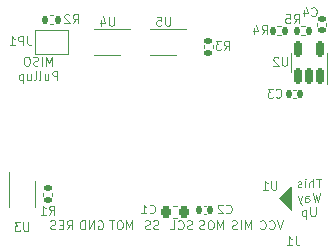
<source format=gbr>
%TF.GenerationSoftware,KiCad,Pcbnew,(7.0.0)*%
%TF.CreationDate,2023-03-21T21:12:12+00:00*%
%TF.ProjectId,Ogen,4f67656e-2e6b-4696-9361-645f70636258,rev?*%
%TF.SameCoordinates,Original*%
%TF.FileFunction,Legend,Bot*%
%TF.FilePolarity,Positive*%
%FSLAX46Y46*%
G04 Gerber Fmt 4.6, Leading zero omitted, Abs format (unit mm)*
G04 Created by KiCad (PCBNEW (7.0.0)) date 2023-03-21 21:12:12*
%MOMM*%
%LPD*%
G01*
G04 APERTURE LIST*
G04 Aperture macros list*
%AMRoundRect*
0 Rectangle with rounded corners*
0 $1 Rounding radius*
0 $2 $3 $4 $5 $6 $7 $8 $9 X,Y pos of 4 corners*
0 Add a 4 corners polygon primitive as box body*
4,1,4,$2,$3,$4,$5,$6,$7,$8,$9,$2,$3,0*
0 Add four circle primitives for the rounded corners*
1,1,$1+$1,$2,$3*
1,1,$1+$1,$4,$5*
1,1,$1+$1,$6,$7*
1,1,$1+$1,$8,$9*
0 Add four rect primitives between the rounded corners*
20,1,$1+$1,$2,$3,$4,$5,0*
20,1,$1+$1,$4,$5,$6,$7,0*
20,1,$1+$1,$6,$7,$8,$9,0*
20,1,$1+$1,$8,$9,$2,$3,0*%
G04 Aperture macros list end*
%ADD10C,0.120000*%
%ADD11C,0.125000*%
%ADD12RoundRect,0.135000X0.135000X0.185000X-0.135000X0.185000X-0.135000X-0.185000X0.135000X-0.185000X0*%
%ADD13RoundRect,0.135000X0.185000X-0.135000X0.185000X0.135000X-0.185000X0.135000X-0.185000X-0.135000X0*%
%ADD14RoundRect,0.140000X0.170000X-0.140000X0.170000X0.140000X-0.170000X0.140000X-0.170000X-0.140000X0*%
%ADD15RoundRect,0.140000X-0.140000X-0.170000X0.140000X-0.170000X0.140000X0.170000X-0.140000X0.170000X0*%
%ADD16RoundRect,0.140000X0.140000X0.170000X-0.140000X0.170000X-0.140000X-0.170000X0.140000X-0.170000X0*%
%ADD17R,1.700000X1.700000*%
%ADD18O,1.700000X1.700000*%
%ADD19R,1.200000X1.200000*%
%ADD20C,1.200000*%
%ADD21C,4.400000*%
%ADD22R,0.800000X0.300000*%
%ADD23RoundRect,0.225000X0.225000X0.250000X-0.225000X0.250000X-0.225000X-0.250000X0.225000X-0.250000X0*%
%ADD24R,0.300000X0.800000*%
%ADD25R,1.000000X1.500000*%
%ADD26RoundRect,0.150000X0.150000X-0.512500X0.150000X0.512500X-0.150000X0.512500X-0.150000X-0.512500X0*%
G04 APERTURE END LIST*
D10*
G36*
X37322001Y-30516000D02*
G01*
X36322000Y-29516000D01*
X37322001Y-28516000D01*
X37322001Y-30516000D01*
G37*
X37322001Y-30516000D02*
X36322000Y-29516000D01*
X37322001Y-28516000D01*
X37322001Y-30516000D01*
D11*
X39857714Y-27826535D02*
X39429143Y-27826535D01*
X39643428Y-28576535D02*
X39643428Y-27826535D01*
X39179142Y-28576535D02*
X39179142Y-27826535D01*
X38857714Y-28576535D02*
X38857714Y-28183678D01*
X38857714Y-28183678D02*
X38893428Y-28112250D01*
X38893428Y-28112250D02*
X38964856Y-28076535D01*
X38964856Y-28076535D02*
X39071999Y-28076535D01*
X39071999Y-28076535D02*
X39143428Y-28112250D01*
X39143428Y-28112250D02*
X39179142Y-28147964D01*
X38500571Y-28576535D02*
X38500571Y-28076535D01*
X38500571Y-27826535D02*
X38536285Y-27862250D01*
X38536285Y-27862250D02*
X38500571Y-27897964D01*
X38500571Y-27897964D02*
X38464857Y-27862250D01*
X38464857Y-27862250D02*
X38500571Y-27826535D01*
X38500571Y-27826535D02*
X38500571Y-27897964D01*
X38179142Y-28540821D02*
X38107714Y-28576535D01*
X38107714Y-28576535D02*
X37964857Y-28576535D01*
X37964857Y-28576535D02*
X37893428Y-28540821D01*
X37893428Y-28540821D02*
X37857714Y-28469392D01*
X37857714Y-28469392D02*
X37857714Y-28433678D01*
X37857714Y-28433678D02*
X37893428Y-28362250D01*
X37893428Y-28362250D02*
X37964857Y-28326535D01*
X37964857Y-28326535D02*
X38072000Y-28326535D01*
X38072000Y-28326535D02*
X38143428Y-28290821D01*
X38143428Y-28290821D02*
X38179142Y-28219392D01*
X38179142Y-28219392D02*
X38179142Y-28183678D01*
X38179142Y-28183678D02*
X38143428Y-28112250D01*
X38143428Y-28112250D02*
X38072000Y-28076535D01*
X38072000Y-28076535D02*
X37964857Y-28076535D01*
X37964857Y-28076535D02*
X37893428Y-28112250D01*
X39768428Y-29041535D02*
X39589856Y-29791535D01*
X39589856Y-29791535D02*
X39446999Y-29255821D01*
X39446999Y-29255821D02*
X39304142Y-29791535D01*
X39304142Y-29791535D02*
X39125571Y-29041535D01*
X38518428Y-29791535D02*
X38518428Y-29398678D01*
X38518428Y-29398678D02*
X38554142Y-29327250D01*
X38554142Y-29327250D02*
X38625570Y-29291535D01*
X38625570Y-29291535D02*
X38768428Y-29291535D01*
X38768428Y-29291535D02*
X38839856Y-29327250D01*
X38518428Y-29755821D02*
X38589856Y-29791535D01*
X38589856Y-29791535D02*
X38768428Y-29791535D01*
X38768428Y-29791535D02*
X38839856Y-29755821D01*
X38839856Y-29755821D02*
X38875570Y-29684392D01*
X38875570Y-29684392D02*
X38875570Y-29612964D01*
X38875570Y-29612964D02*
X38839856Y-29541535D01*
X38839856Y-29541535D02*
X38768428Y-29505821D01*
X38768428Y-29505821D02*
X38589856Y-29505821D01*
X38589856Y-29505821D02*
X38518428Y-29470107D01*
X38232714Y-29291535D02*
X38054142Y-29791535D01*
X37875571Y-29291535D02*
X38054142Y-29791535D01*
X38054142Y-29791535D02*
X38125571Y-29970107D01*
X38125571Y-29970107D02*
X38161285Y-30005821D01*
X38161285Y-30005821D02*
X38232714Y-30041535D01*
X39375570Y-30256535D02*
X39375570Y-30863678D01*
X39375570Y-30863678D02*
X39339856Y-30935107D01*
X39339856Y-30935107D02*
X39304142Y-30970821D01*
X39304142Y-30970821D02*
X39232713Y-31006535D01*
X39232713Y-31006535D02*
X39089856Y-31006535D01*
X39089856Y-31006535D02*
X39018427Y-30970821D01*
X39018427Y-30970821D02*
X38982713Y-30935107D01*
X38982713Y-30935107D02*
X38946999Y-30863678D01*
X38946999Y-30863678D02*
X38946999Y-30256535D01*
X38589856Y-30506535D02*
X38589856Y-31256535D01*
X38589856Y-30542250D02*
X38518428Y-30506535D01*
X38518428Y-30506535D02*
X38375570Y-30506535D01*
X38375570Y-30506535D02*
X38304142Y-30542250D01*
X38304142Y-30542250D02*
X38268428Y-30577964D01*
X38268428Y-30577964D02*
X38232713Y-30649392D01*
X38232713Y-30649392D02*
X38232713Y-30863678D01*
X38232713Y-30863678D02*
X38268428Y-30935107D01*
X38268428Y-30935107D02*
X38304142Y-30970821D01*
X38304142Y-30970821D02*
X38375570Y-31006535D01*
X38375570Y-31006535D02*
X38518428Y-31006535D01*
X38518428Y-31006535D02*
X38589856Y-30970821D01*
X36639999Y-31375535D02*
X36389999Y-32125535D01*
X36389999Y-32125535D02*
X36139999Y-31375535D01*
X35461428Y-32054107D02*
X35497142Y-32089821D01*
X35497142Y-32089821D02*
X35604285Y-32125535D01*
X35604285Y-32125535D02*
X35675713Y-32125535D01*
X35675713Y-32125535D02*
X35782856Y-32089821D01*
X35782856Y-32089821D02*
X35854285Y-32018392D01*
X35854285Y-32018392D02*
X35889999Y-31946964D01*
X35889999Y-31946964D02*
X35925713Y-31804107D01*
X35925713Y-31804107D02*
X35925713Y-31696964D01*
X35925713Y-31696964D02*
X35889999Y-31554107D01*
X35889999Y-31554107D02*
X35854285Y-31482678D01*
X35854285Y-31482678D02*
X35782856Y-31411250D01*
X35782856Y-31411250D02*
X35675713Y-31375535D01*
X35675713Y-31375535D02*
X35604285Y-31375535D01*
X35604285Y-31375535D02*
X35497142Y-31411250D01*
X35497142Y-31411250D02*
X35461428Y-31446964D01*
X34711428Y-32054107D02*
X34747142Y-32089821D01*
X34747142Y-32089821D02*
X34854285Y-32125535D01*
X34854285Y-32125535D02*
X34925713Y-32125535D01*
X34925713Y-32125535D02*
X35032856Y-32089821D01*
X35032856Y-32089821D02*
X35104285Y-32018392D01*
X35104285Y-32018392D02*
X35139999Y-31946964D01*
X35139999Y-31946964D02*
X35175713Y-31804107D01*
X35175713Y-31804107D02*
X35175713Y-31696964D01*
X35175713Y-31696964D02*
X35139999Y-31554107D01*
X35139999Y-31554107D02*
X35104285Y-31482678D01*
X35104285Y-31482678D02*
X35032856Y-31411250D01*
X35032856Y-31411250D02*
X34925713Y-31375535D01*
X34925713Y-31375535D02*
X34854285Y-31375535D01*
X34854285Y-31375535D02*
X34747142Y-31411250D01*
X34747142Y-31411250D02*
X34711428Y-31446964D01*
X20971428Y-31411250D02*
X21042857Y-31375535D01*
X21042857Y-31375535D02*
X21149999Y-31375535D01*
X21149999Y-31375535D02*
X21257142Y-31411250D01*
X21257142Y-31411250D02*
X21328571Y-31482678D01*
X21328571Y-31482678D02*
X21364285Y-31554107D01*
X21364285Y-31554107D02*
X21399999Y-31696964D01*
X21399999Y-31696964D02*
X21399999Y-31804107D01*
X21399999Y-31804107D02*
X21364285Y-31946964D01*
X21364285Y-31946964D02*
X21328571Y-32018392D01*
X21328571Y-32018392D02*
X21257142Y-32089821D01*
X21257142Y-32089821D02*
X21149999Y-32125535D01*
X21149999Y-32125535D02*
X21078571Y-32125535D01*
X21078571Y-32125535D02*
X20971428Y-32089821D01*
X20971428Y-32089821D02*
X20935714Y-32054107D01*
X20935714Y-32054107D02*
X20935714Y-31804107D01*
X20935714Y-31804107D02*
X21078571Y-31804107D01*
X20614285Y-32125535D02*
X20614285Y-31375535D01*
X20614285Y-31375535D02*
X20185714Y-32125535D01*
X20185714Y-32125535D02*
X20185714Y-31375535D01*
X19828571Y-32125535D02*
X19828571Y-31375535D01*
X19828571Y-31375535D02*
X19650000Y-31375535D01*
X19650000Y-31375535D02*
X19542857Y-31411250D01*
X19542857Y-31411250D02*
X19471428Y-31482678D01*
X19471428Y-31482678D02*
X19435714Y-31554107D01*
X19435714Y-31554107D02*
X19400000Y-31696964D01*
X19400000Y-31696964D02*
X19400000Y-31804107D01*
X19400000Y-31804107D02*
X19435714Y-31946964D01*
X19435714Y-31946964D02*
X19471428Y-32018392D01*
X19471428Y-32018392D02*
X19542857Y-32089821D01*
X19542857Y-32089821D02*
X19650000Y-32125535D01*
X19650000Y-32125535D02*
X19828571Y-32125535D01*
X28912856Y-32089821D02*
X28805714Y-32125535D01*
X28805714Y-32125535D02*
X28627142Y-32125535D01*
X28627142Y-32125535D02*
X28555714Y-32089821D01*
X28555714Y-32089821D02*
X28519999Y-32054107D01*
X28519999Y-32054107D02*
X28484285Y-31982678D01*
X28484285Y-31982678D02*
X28484285Y-31911250D01*
X28484285Y-31911250D02*
X28519999Y-31839821D01*
X28519999Y-31839821D02*
X28555714Y-31804107D01*
X28555714Y-31804107D02*
X28627142Y-31768392D01*
X28627142Y-31768392D02*
X28769999Y-31732678D01*
X28769999Y-31732678D02*
X28841428Y-31696964D01*
X28841428Y-31696964D02*
X28877142Y-31661250D01*
X28877142Y-31661250D02*
X28912856Y-31589821D01*
X28912856Y-31589821D02*
X28912856Y-31518392D01*
X28912856Y-31518392D02*
X28877142Y-31446964D01*
X28877142Y-31446964D02*
X28841428Y-31411250D01*
X28841428Y-31411250D02*
X28769999Y-31375535D01*
X28769999Y-31375535D02*
X28591428Y-31375535D01*
X28591428Y-31375535D02*
X28484285Y-31411250D01*
X27734285Y-32054107D02*
X27769999Y-32089821D01*
X27769999Y-32089821D02*
X27877142Y-32125535D01*
X27877142Y-32125535D02*
X27948570Y-32125535D01*
X27948570Y-32125535D02*
X28055713Y-32089821D01*
X28055713Y-32089821D02*
X28127142Y-32018392D01*
X28127142Y-32018392D02*
X28162856Y-31946964D01*
X28162856Y-31946964D02*
X28198570Y-31804107D01*
X28198570Y-31804107D02*
X28198570Y-31696964D01*
X28198570Y-31696964D02*
X28162856Y-31554107D01*
X28162856Y-31554107D02*
X28127142Y-31482678D01*
X28127142Y-31482678D02*
X28055713Y-31411250D01*
X28055713Y-31411250D02*
X27948570Y-31375535D01*
X27948570Y-31375535D02*
X27877142Y-31375535D01*
X27877142Y-31375535D02*
X27769999Y-31411250D01*
X27769999Y-31411250D02*
X27734285Y-31446964D01*
X27055713Y-32125535D02*
X27412856Y-32125535D01*
X27412856Y-32125535D02*
X27412856Y-31375535D01*
X18324285Y-32125535D02*
X18574285Y-31768392D01*
X18752856Y-32125535D02*
X18752856Y-31375535D01*
X18752856Y-31375535D02*
X18467142Y-31375535D01*
X18467142Y-31375535D02*
X18395713Y-31411250D01*
X18395713Y-31411250D02*
X18359999Y-31446964D01*
X18359999Y-31446964D02*
X18324285Y-31518392D01*
X18324285Y-31518392D02*
X18324285Y-31625535D01*
X18324285Y-31625535D02*
X18359999Y-31696964D01*
X18359999Y-31696964D02*
X18395713Y-31732678D01*
X18395713Y-31732678D02*
X18467142Y-31768392D01*
X18467142Y-31768392D02*
X18752856Y-31768392D01*
X18002856Y-31732678D02*
X17752856Y-31732678D01*
X17645713Y-32125535D02*
X18002856Y-32125535D01*
X18002856Y-32125535D02*
X18002856Y-31375535D01*
X18002856Y-31375535D02*
X17645713Y-31375535D01*
X17359999Y-32089821D02*
X17252857Y-32125535D01*
X17252857Y-32125535D02*
X17074285Y-32125535D01*
X17074285Y-32125535D02*
X17002857Y-32089821D01*
X17002857Y-32089821D02*
X16967142Y-32054107D01*
X16967142Y-32054107D02*
X16931428Y-31982678D01*
X16931428Y-31982678D02*
X16931428Y-31911250D01*
X16931428Y-31911250D02*
X16967142Y-31839821D01*
X16967142Y-31839821D02*
X17002857Y-31804107D01*
X17002857Y-31804107D02*
X17074285Y-31768392D01*
X17074285Y-31768392D02*
X17217142Y-31732678D01*
X17217142Y-31732678D02*
X17288571Y-31696964D01*
X17288571Y-31696964D02*
X17324285Y-31661250D01*
X17324285Y-31661250D02*
X17359999Y-31589821D01*
X17359999Y-31589821D02*
X17359999Y-31518392D01*
X17359999Y-31518392D02*
X17324285Y-31446964D01*
X17324285Y-31446964D02*
X17288571Y-31411250D01*
X17288571Y-31411250D02*
X17217142Y-31375535D01*
X17217142Y-31375535D02*
X17038571Y-31375535D01*
X17038571Y-31375535D02*
X16931428Y-31411250D01*
X26071428Y-32089821D02*
X25964286Y-32125535D01*
X25964286Y-32125535D02*
X25785714Y-32125535D01*
X25785714Y-32125535D02*
X25714286Y-32089821D01*
X25714286Y-32089821D02*
X25678571Y-32054107D01*
X25678571Y-32054107D02*
X25642857Y-31982678D01*
X25642857Y-31982678D02*
X25642857Y-31911250D01*
X25642857Y-31911250D02*
X25678571Y-31839821D01*
X25678571Y-31839821D02*
X25714286Y-31804107D01*
X25714286Y-31804107D02*
X25785714Y-31768392D01*
X25785714Y-31768392D02*
X25928571Y-31732678D01*
X25928571Y-31732678D02*
X26000000Y-31696964D01*
X26000000Y-31696964D02*
X26035714Y-31661250D01*
X26035714Y-31661250D02*
X26071428Y-31589821D01*
X26071428Y-31589821D02*
X26071428Y-31518392D01*
X26071428Y-31518392D02*
X26035714Y-31446964D01*
X26035714Y-31446964D02*
X26000000Y-31411250D01*
X26000000Y-31411250D02*
X25928571Y-31375535D01*
X25928571Y-31375535D02*
X25750000Y-31375535D01*
X25750000Y-31375535D02*
X25642857Y-31411250D01*
X25357142Y-32089821D02*
X25250000Y-32125535D01*
X25250000Y-32125535D02*
X25071428Y-32125535D01*
X25071428Y-32125535D02*
X25000000Y-32089821D01*
X25000000Y-32089821D02*
X24964285Y-32054107D01*
X24964285Y-32054107D02*
X24928571Y-31982678D01*
X24928571Y-31982678D02*
X24928571Y-31911250D01*
X24928571Y-31911250D02*
X24964285Y-31839821D01*
X24964285Y-31839821D02*
X25000000Y-31804107D01*
X25000000Y-31804107D02*
X25071428Y-31768392D01*
X25071428Y-31768392D02*
X25214285Y-31732678D01*
X25214285Y-31732678D02*
X25285714Y-31696964D01*
X25285714Y-31696964D02*
X25321428Y-31661250D01*
X25321428Y-31661250D02*
X25357142Y-31589821D01*
X25357142Y-31589821D02*
X25357142Y-31518392D01*
X25357142Y-31518392D02*
X25321428Y-31446964D01*
X25321428Y-31446964D02*
X25285714Y-31411250D01*
X25285714Y-31411250D02*
X25214285Y-31375535D01*
X25214285Y-31375535D02*
X25035714Y-31375535D01*
X25035714Y-31375535D02*
X24928571Y-31411250D01*
X33885714Y-32125535D02*
X33885714Y-31375535D01*
X33885714Y-31375535D02*
X33635714Y-31911250D01*
X33635714Y-31911250D02*
X33385714Y-31375535D01*
X33385714Y-31375535D02*
X33385714Y-32125535D01*
X33028571Y-32125535D02*
X33028571Y-31375535D01*
X32707142Y-32089821D02*
X32600000Y-32125535D01*
X32600000Y-32125535D02*
X32421428Y-32125535D01*
X32421428Y-32125535D02*
X32350000Y-32089821D01*
X32350000Y-32089821D02*
X32314285Y-32054107D01*
X32314285Y-32054107D02*
X32278571Y-31982678D01*
X32278571Y-31982678D02*
X32278571Y-31911250D01*
X32278571Y-31911250D02*
X32314285Y-31839821D01*
X32314285Y-31839821D02*
X32350000Y-31804107D01*
X32350000Y-31804107D02*
X32421428Y-31768392D01*
X32421428Y-31768392D02*
X32564285Y-31732678D01*
X32564285Y-31732678D02*
X32635714Y-31696964D01*
X32635714Y-31696964D02*
X32671428Y-31661250D01*
X32671428Y-31661250D02*
X32707142Y-31589821D01*
X32707142Y-31589821D02*
X32707142Y-31518392D01*
X32707142Y-31518392D02*
X32671428Y-31446964D01*
X32671428Y-31446964D02*
X32635714Y-31411250D01*
X32635714Y-31411250D02*
X32564285Y-31375535D01*
X32564285Y-31375535D02*
X32385714Y-31375535D01*
X32385714Y-31375535D02*
X32278571Y-31411250D01*
X31559999Y-32125535D02*
X31559999Y-31375535D01*
X31559999Y-31375535D02*
X31309999Y-31911250D01*
X31309999Y-31911250D02*
X31059999Y-31375535D01*
X31059999Y-31375535D02*
X31059999Y-32125535D01*
X30559999Y-31375535D02*
X30417142Y-31375535D01*
X30417142Y-31375535D02*
X30345713Y-31411250D01*
X30345713Y-31411250D02*
X30274285Y-31482678D01*
X30274285Y-31482678D02*
X30238570Y-31625535D01*
X30238570Y-31625535D02*
X30238570Y-31875535D01*
X30238570Y-31875535D02*
X30274285Y-32018392D01*
X30274285Y-32018392D02*
X30345713Y-32089821D01*
X30345713Y-32089821D02*
X30417142Y-32125535D01*
X30417142Y-32125535D02*
X30559999Y-32125535D01*
X30559999Y-32125535D02*
X30631428Y-32089821D01*
X30631428Y-32089821D02*
X30702856Y-32018392D01*
X30702856Y-32018392D02*
X30738570Y-31875535D01*
X30738570Y-31875535D02*
X30738570Y-31625535D01*
X30738570Y-31625535D02*
X30702856Y-31482678D01*
X30702856Y-31482678D02*
X30631428Y-31411250D01*
X30631428Y-31411250D02*
X30559999Y-31375535D01*
X29952856Y-32089821D02*
X29845714Y-32125535D01*
X29845714Y-32125535D02*
X29667142Y-32125535D01*
X29667142Y-32125535D02*
X29595714Y-32089821D01*
X29595714Y-32089821D02*
X29559999Y-32054107D01*
X29559999Y-32054107D02*
X29524285Y-31982678D01*
X29524285Y-31982678D02*
X29524285Y-31911250D01*
X29524285Y-31911250D02*
X29559999Y-31839821D01*
X29559999Y-31839821D02*
X29595714Y-31804107D01*
X29595714Y-31804107D02*
X29667142Y-31768392D01*
X29667142Y-31768392D02*
X29809999Y-31732678D01*
X29809999Y-31732678D02*
X29881428Y-31696964D01*
X29881428Y-31696964D02*
X29917142Y-31661250D01*
X29917142Y-31661250D02*
X29952856Y-31589821D01*
X29952856Y-31589821D02*
X29952856Y-31518392D01*
X29952856Y-31518392D02*
X29917142Y-31446964D01*
X29917142Y-31446964D02*
X29881428Y-31411250D01*
X29881428Y-31411250D02*
X29809999Y-31375535D01*
X29809999Y-31375535D02*
X29631428Y-31375535D01*
X29631428Y-31375535D02*
X29524285Y-31411250D01*
X17078571Y-18268035D02*
X17078571Y-17518035D01*
X17078571Y-17518035D02*
X16828571Y-18053750D01*
X16828571Y-18053750D02*
X16578571Y-17518035D01*
X16578571Y-17518035D02*
X16578571Y-18268035D01*
X16221428Y-18268035D02*
X16221428Y-17518035D01*
X15899999Y-18232321D02*
X15792857Y-18268035D01*
X15792857Y-18268035D02*
X15614285Y-18268035D01*
X15614285Y-18268035D02*
X15542857Y-18232321D01*
X15542857Y-18232321D02*
X15507142Y-18196607D01*
X15507142Y-18196607D02*
X15471428Y-18125178D01*
X15471428Y-18125178D02*
X15471428Y-18053750D01*
X15471428Y-18053750D02*
X15507142Y-17982321D01*
X15507142Y-17982321D02*
X15542857Y-17946607D01*
X15542857Y-17946607D02*
X15614285Y-17910892D01*
X15614285Y-17910892D02*
X15757142Y-17875178D01*
X15757142Y-17875178D02*
X15828571Y-17839464D01*
X15828571Y-17839464D02*
X15864285Y-17803750D01*
X15864285Y-17803750D02*
X15899999Y-17732321D01*
X15899999Y-17732321D02*
X15899999Y-17660892D01*
X15899999Y-17660892D02*
X15864285Y-17589464D01*
X15864285Y-17589464D02*
X15828571Y-17553750D01*
X15828571Y-17553750D02*
X15757142Y-17518035D01*
X15757142Y-17518035D02*
X15578571Y-17518035D01*
X15578571Y-17518035D02*
X15471428Y-17553750D01*
X15007142Y-17518035D02*
X14864285Y-17518035D01*
X14864285Y-17518035D02*
X14792856Y-17553750D01*
X14792856Y-17553750D02*
X14721428Y-17625178D01*
X14721428Y-17625178D02*
X14685713Y-17768035D01*
X14685713Y-17768035D02*
X14685713Y-18018035D01*
X14685713Y-18018035D02*
X14721428Y-18160892D01*
X14721428Y-18160892D02*
X14792856Y-18232321D01*
X14792856Y-18232321D02*
X14864285Y-18268035D01*
X14864285Y-18268035D02*
X15007142Y-18268035D01*
X15007142Y-18268035D02*
X15078571Y-18232321D01*
X15078571Y-18232321D02*
X15149999Y-18160892D01*
X15149999Y-18160892D02*
X15185713Y-18018035D01*
X15185713Y-18018035D02*
X15185713Y-17768035D01*
X15185713Y-17768035D02*
X15149999Y-17625178D01*
X15149999Y-17625178D02*
X15078571Y-17553750D01*
X15078571Y-17553750D02*
X15007142Y-17518035D01*
X17507141Y-19483035D02*
X17507141Y-18733035D01*
X17507141Y-18733035D02*
X17221427Y-18733035D01*
X17221427Y-18733035D02*
X17149998Y-18768750D01*
X17149998Y-18768750D02*
X17114284Y-18804464D01*
X17114284Y-18804464D02*
X17078570Y-18875892D01*
X17078570Y-18875892D02*
X17078570Y-18983035D01*
X17078570Y-18983035D02*
X17114284Y-19054464D01*
X17114284Y-19054464D02*
X17149998Y-19090178D01*
X17149998Y-19090178D02*
X17221427Y-19125892D01*
X17221427Y-19125892D02*
X17507141Y-19125892D01*
X16435713Y-18983035D02*
X16435713Y-19483035D01*
X16757141Y-18983035D02*
X16757141Y-19375892D01*
X16757141Y-19375892D02*
X16721427Y-19447321D01*
X16721427Y-19447321D02*
X16649998Y-19483035D01*
X16649998Y-19483035D02*
X16542855Y-19483035D01*
X16542855Y-19483035D02*
X16471427Y-19447321D01*
X16471427Y-19447321D02*
X16435713Y-19411607D01*
X15971427Y-19483035D02*
X16042856Y-19447321D01*
X16042856Y-19447321D02*
X16078570Y-19375892D01*
X16078570Y-19375892D02*
X16078570Y-18733035D01*
X15578570Y-19483035D02*
X15649999Y-19447321D01*
X15649999Y-19447321D02*
X15685713Y-19375892D01*
X15685713Y-19375892D02*
X15685713Y-18733035D01*
X14971428Y-18983035D02*
X14971428Y-19483035D01*
X15292856Y-18983035D02*
X15292856Y-19375892D01*
X15292856Y-19375892D02*
X15257142Y-19447321D01*
X15257142Y-19447321D02*
X15185713Y-19483035D01*
X15185713Y-19483035D02*
X15078570Y-19483035D01*
X15078570Y-19483035D02*
X15007142Y-19447321D01*
X15007142Y-19447321D02*
X14971428Y-19411607D01*
X14614285Y-18983035D02*
X14614285Y-19733035D01*
X14614285Y-19018750D02*
X14542857Y-18983035D01*
X14542857Y-18983035D02*
X14399999Y-18983035D01*
X14399999Y-18983035D02*
X14328571Y-19018750D01*
X14328571Y-19018750D02*
X14292857Y-19054464D01*
X14292857Y-19054464D02*
X14257142Y-19125892D01*
X14257142Y-19125892D02*
X14257142Y-19340178D01*
X14257142Y-19340178D02*
X14292857Y-19411607D01*
X14292857Y-19411607D02*
X14328571Y-19447321D01*
X14328571Y-19447321D02*
X14399999Y-19483035D01*
X14399999Y-19483035D02*
X14542857Y-19483035D01*
X14542857Y-19483035D02*
X14614285Y-19447321D01*
X23868571Y-32125535D02*
X23868571Y-31375535D01*
X23868571Y-31375535D02*
X23618571Y-31911250D01*
X23618571Y-31911250D02*
X23368571Y-31375535D01*
X23368571Y-31375535D02*
X23368571Y-32125535D01*
X22868571Y-31375535D02*
X22725714Y-31375535D01*
X22725714Y-31375535D02*
X22654285Y-31411250D01*
X22654285Y-31411250D02*
X22582857Y-31482678D01*
X22582857Y-31482678D02*
X22547142Y-31625535D01*
X22547142Y-31625535D02*
X22547142Y-31875535D01*
X22547142Y-31875535D02*
X22582857Y-32018392D01*
X22582857Y-32018392D02*
X22654285Y-32089821D01*
X22654285Y-32089821D02*
X22725714Y-32125535D01*
X22725714Y-32125535D02*
X22868571Y-32125535D01*
X22868571Y-32125535D02*
X22940000Y-32089821D01*
X22940000Y-32089821D02*
X23011428Y-32018392D01*
X23011428Y-32018392D02*
X23047142Y-31875535D01*
X23047142Y-31875535D02*
X23047142Y-31625535D01*
X23047142Y-31625535D02*
X23011428Y-31482678D01*
X23011428Y-31482678D02*
X22940000Y-31411250D01*
X22940000Y-31411250D02*
X22868571Y-31375535D01*
X22332857Y-31375535D02*
X21904286Y-31375535D01*
X22118571Y-32125535D02*
X22118571Y-31375535D01*
%TO.C,R5*%
X37525000Y-14675535D02*
X37775000Y-14318392D01*
X37953571Y-14675535D02*
X37953571Y-13925535D01*
X37953571Y-13925535D02*
X37667857Y-13925535D01*
X37667857Y-13925535D02*
X37596428Y-13961250D01*
X37596428Y-13961250D02*
X37560714Y-13996964D01*
X37560714Y-13996964D02*
X37525000Y-14068392D01*
X37525000Y-14068392D02*
X37525000Y-14175535D01*
X37525000Y-14175535D02*
X37560714Y-14246964D01*
X37560714Y-14246964D02*
X37596428Y-14282678D01*
X37596428Y-14282678D02*
X37667857Y-14318392D01*
X37667857Y-14318392D02*
X37953571Y-14318392D01*
X36846428Y-13925535D02*
X37203571Y-13925535D01*
X37203571Y-13925535D02*
X37239285Y-14282678D01*
X37239285Y-14282678D02*
X37203571Y-14246964D01*
X37203571Y-14246964D02*
X37132143Y-14211250D01*
X37132143Y-14211250D02*
X36953571Y-14211250D01*
X36953571Y-14211250D02*
X36882143Y-14246964D01*
X36882143Y-14246964D02*
X36846428Y-14282678D01*
X36846428Y-14282678D02*
X36810714Y-14354107D01*
X36810714Y-14354107D02*
X36810714Y-14532678D01*
X36810714Y-14532678D02*
X36846428Y-14604107D01*
X36846428Y-14604107D02*
X36882143Y-14639821D01*
X36882143Y-14639821D02*
X36953571Y-14675535D01*
X36953571Y-14675535D02*
X37132143Y-14675535D01*
X37132143Y-14675535D02*
X37203571Y-14639821D01*
X37203571Y-14639821D02*
X37239285Y-14604107D01*
%TO.C,R4*%
X34825000Y-15575535D02*
X35075000Y-15218392D01*
X35253571Y-15575535D02*
X35253571Y-14825535D01*
X35253571Y-14825535D02*
X34967857Y-14825535D01*
X34967857Y-14825535D02*
X34896428Y-14861250D01*
X34896428Y-14861250D02*
X34860714Y-14896964D01*
X34860714Y-14896964D02*
X34825000Y-14968392D01*
X34825000Y-14968392D02*
X34825000Y-15075535D01*
X34825000Y-15075535D02*
X34860714Y-15146964D01*
X34860714Y-15146964D02*
X34896428Y-15182678D01*
X34896428Y-15182678D02*
X34967857Y-15218392D01*
X34967857Y-15218392D02*
X35253571Y-15218392D01*
X34182143Y-15075535D02*
X34182143Y-15575535D01*
X34360714Y-14789821D02*
X34539285Y-15325535D01*
X34539285Y-15325535D02*
X34075000Y-15325535D01*
%TO.C,R3*%
X31625000Y-16925535D02*
X31875000Y-16568392D01*
X32053571Y-16925535D02*
X32053571Y-16175535D01*
X32053571Y-16175535D02*
X31767857Y-16175535D01*
X31767857Y-16175535D02*
X31696428Y-16211250D01*
X31696428Y-16211250D02*
X31660714Y-16246964D01*
X31660714Y-16246964D02*
X31625000Y-16318392D01*
X31625000Y-16318392D02*
X31625000Y-16425535D01*
X31625000Y-16425535D02*
X31660714Y-16496964D01*
X31660714Y-16496964D02*
X31696428Y-16532678D01*
X31696428Y-16532678D02*
X31767857Y-16568392D01*
X31767857Y-16568392D02*
X32053571Y-16568392D01*
X31375000Y-16175535D02*
X30910714Y-16175535D01*
X30910714Y-16175535D02*
X31160714Y-16461250D01*
X31160714Y-16461250D02*
X31053571Y-16461250D01*
X31053571Y-16461250D02*
X30982143Y-16496964D01*
X30982143Y-16496964D02*
X30946428Y-16532678D01*
X30946428Y-16532678D02*
X30910714Y-16604107D01*
X30910714Y-16604107D02*
X30910714Y-16782678D01*
X30910714Y-16782678D02*
X30946428Y-16854107D01*
X30946428Y-16854107D02*
X30982143Y-16889821D01*
X30982143Y-16889821D02*
X31053571Y-16925535D01*
X31053571Y-16925535D02*
X31267857Y-16925535D01*
X31267857Y-16925535D02*
X31339285Y-16889821D01*
X31339285Y-16889821D02*
X31375000Y-16854107D01*
%TO.C,R2*%
X18825000Y-14675535D02*
X19075000Y-14318392D01*
X19253571Y-14675535D02*
X19253571Y-13925535D01*
X19253571Y-13925535D02*
X18967857Y-13925535D01*
X18967857Y-13925535D02*
X18896428Y-13961250D01*
X18896428Y-13961250D02*
X18860714Y-13996964D01*
X18860714Y-13996964D02*
X18825000Y-14068392D01*
X18825000Y-14068392D02*
X18825000Y-14175535D01*
X18825000Y-14175535D02*
X18860714Y-14246964D01*
X18860714Y-14246964D02*
X18896428Y-14282678D01*
X18896428Y-14282678D02*
X18967857Y-14318392D01*
X18967857Y-14318392D02*
X19253571Y-14318392D01*
X18539285Y-13996964D02*
X18503571Y-13961250D01*
X18503571Y-13961250D02*
X18432143Y-13925535D01*
X18432143Y-13925535D02*
X18253571Y-13925535D01*
X18253571Y-13925535D02*
X18182143Y-13961250D01*
X18182143Y-13961250D02*
X18146428Y-13996964D01*
X18146428Y-13996964D02*
X18110714Y-14068392D01*
X18110714Y-14068392D02*
X18110714Y-14139821D01*
X18110714Y-14139821D02*
X18146428Y-14246964D01*
X18146428Y-14246964D02*
X18575000Y-14675535D01*
X18575000Y-14675535D02*
X18110714Y-14675535D01*
%TO.C,R1*%
X16825000Y-30875535D02*
X17075000Y-30518392D01*
X17253571Y-30875535D02*
X17253571Y-30125535D01*
X17253571Y-30125535D02*
X16967857Y-30125535D01*
X16967857Y-30125535D02*
X16896428Y-30161250D01*
X16896428Y-30161250D02*
X16860714Y-30196964D01*
X16860714Y-30196964D02*
X16825000Y-30268392D01*
X16825000Y-30268392D02*
X16825000Y-30375535D01*
X16825000Y-30375535D02*
X16860714Y-30446964D01*
X16860714Y-30446964D02*
X16896428Y-30482678D01*
X16896428Y-30482678D02*
X16967857Y-30518392D01*
X16967857Y-30518392D02*
X17253571Y-30518392D01*
X16110714Y-30875535D02*
X16539285Y-30875535D01*
X16325000Y-30875535D02*
X16325000Y-30125535D01*
X16325000Y-30125535D02*
X16396428Y-30232678D01*
X16396428Y-30232678D02*
X16467857Y-30304107D01*
X16467857Y-30304107D02*
X16539285Y-30339821D01*
%TO.C,C4*%
X39025000Y-14004107D02*
X39060714Y-14039821D01*
X39060714Y-14039821D02*
X39167857Y-14075535D01*
X39167857Y-14075535D02*
X39239285Y-14075535D01*
X39239285Y-14075535D02*
X39346428Y-14039821D01*
X39346428Y-14039821D02*
X39417857Y-13968392D01*
X39417857Y-13968392D02*
X39453571Y-13896964D01*
X39453571Y-13896964D02*
X39489285Y-13754107D01*
X39489285Y-13754107D02*
X39489285Y-13646964D01*
X39489285Y-13646964D02*
X39453571Y-13504107D01*
X39453571Y-13504107D02*
X39417857Y-13432678D01*
X39417857Y-13432678D02*
X39346428Y-13361250D01*
X39346428Y-13361250D02*
X39239285Y-13325535D01*
X39239285Y-13325535D02*
X39167857Y-13325535D01*
X39167857Y-13325535D02*
X39060714Y-13361250D01*
X39060714Y-13361250D02*
X39025000Y-13396964D01*
X38382143Y-13575535D02*
X38382143Y-14075535D01*
X38560714Y-13289821D02*
X38739285Y-13825535D01*
X38739285Y-13825535D02*
X38275000Y-13825535D01*
%TO.C,C3*%
X36025000Y-20904107D02*
X36060714Y-20939821D01*
X36060714Y-20939821D02*
X36167857Y-20975535D01*
X36167857Y-20975535D02*
X36239285Y-20975535D01*
X36239285Y-20975535D02*
X36346428Y-20939821D01*
X36346428Y-20939821D02*
X36417857Y-20868392D01*
X36417857Y-20868392D02*
X36453571Y-20796964D01*
X36453571Y-20796964D02*
X36489285Y-20654107D01*
X36489285Y-20654107D02*
X36489285Y-20546964D01*
X36489285Y-20546964D02*
X36453571Y-20404107D01*
X36453571Y-20404107D02*
X36417857Y-20332678D01*
X36417857Y-20332678D02*
X36346428Y-20261250D01*
X36346428Y-20261250D02*
X36239285Y-20225535D01*
X36239285Y-20225535D02*
X36167857Y-20225535D01*
X36167857Y-20225535D02*
X36060714Y-20261250D01*
X36060714Y-20261250D02*
X36025000Y-20296964D01*
X35775000Y-20225535D02*
X35310714Y-20225535D01*
X35310714Y-20225535D02*
X35560714Y-20511250D01*
X35560714Y-20511250D02*
X35453571Y-20511250D01*
X35453571Y-20511250D02*
X35382143Y-20546964D01*
X35382143Y-20546964D02*
X35346428Y-20582678D01*
X35346428Y-20582678D02*
X35310714Y-20654107D01*
X35310714Y-20654107D02*
X35310714Y-20832678D01*
X35310714Y-20832678D02*
X35346428Y-20904107D01*
X35346428Y-20904107D02*
X35382143Y-20939821D01*
X35382143Y-20939821D02*
X35453571Y-20975535D01*
X35453571Y-20975535D02*
X35667857Y-20975535D01*
X35667857Y-20975535D02*
X35739285Y-20939821D01*
X35739285Y-20939821D02*
X35775000Y-20904107D01*
%TO.C,C2*%
X31825000Y-30704107D02*
X31860714Y-30739821D01*
X31860714Y-30739821D02*
X31967857Y-30775535D01*
X31967857Y-30775535D02*
X32039285Y-30775535D01*
X32039285Y-30775535D02*
X32146428Y-30739821D01*
X32146428Y-30739821D02*
X32217857Y-30668392D01*
X32217857Y-30668392D02*
X32253571Y-30596964D01*
X32253571Y-30596964D02*
X32289285Y-30454107D01*
X32289285Y-30454107D02*
X32289285Y-30346964D01*
X32289285Y-30346964D02*
X32253571Y-30204107D01*
X32253571Y-30204107D02*
X32217857Y-30132678D01*
X32217857Y-30132678D02*
X32146428Y-30061250D01*
X32146428Y-30061250D02*
X32039285Y-30025535D01*
X32039285Y-30025535D02*
X31967857Y-30025535D01*
X31967857Y-30025535D02*
X31860714Y-30061250D01*
X31860714Y-30061250D02*
X31825000Y-30096964D01*
X31539285Y-30096964D02*
X31503571Y-30061250D01*
X31503571Y-30061250D02*
X31432143Y-30025535D01*
X31432143Y-30025535D02*
X31253571Y-30025535D01*
X31253571Y-30025535D02*
X31182143Y-30061250D01*
X31182143Y-30061250D02*
X31146428Y-30096964D01*
X31146428Y-30096964D02*
X31110714Y-30168392D01*
X31110714Y-30168392D02*
X31110714Y-30239821D01*
X31110714Y-30239821D02*
X31146428Y-30346964D01*
X31146428Y-30346964D02*
X31575000Y-30775535D01*
X31575000Y-30775535D02*
X31110714Y-30775535D01*
%TO.C,J1*%
X37699999Y-32725535D02*
X37699999Y-33261250D01*
X37699999Y-33261250D02*
X37735714Y-33368392D01*
X37735714Y-33368392D02*
X37807142Y-33439821D01*
X37807142Y-33439821D02*
X37914285Y-33475535D01*
X37914285Y-33475535D02*
X37985714Y-33475535D01*
X36949999Y-33475535D02*
X37378570Y-33475535D01*
X37164285Y-33475535D02*
X37164285Y-32725535D01*
X37164285Y-32725535D02*
X37235713Y-32832678D01*
X37235713Y-32832678D02*
X37307142Y-32904107D01*
X37307142Y-32904107D02*
X37378570Y-32939821D01*
%TO.C,U1*%
X36071428Y-28025535D02*
X36071428Y-28632678D01*
X36071428Y-28632678D02*
X36035714Y-28704107D01*
X36035714Y-28704107D02*
X36000000Y-28739821D01*
X36000000Y-28739821D02*
X35928571Y-28775535D01*
X35928571Y-28775535D02*
X35785714Y-28775535D01*
X35785714Y-28775535D02*
X35714285Y-28739821D01*
X35714285Y-28739821D02*
X35678571Y-28704107D01*
X35678571Y-28704107D02*
X35642857Y-28632678D01*
X35642857Y-28632678D02*
X35642857Y-28025535D01*
X34892857Y-28775535D02*
X35321428Y-28775535D01*
X35107143Y-28775535D02*
X35107143Y-28025535D01*
X35107143Y-28025535D02*
X35178571Y-28132678D01*
X35178571Y-28132678D02*
X35250000Y-28204107D01*
X35250000Y-28204107D02*
X35321428Y-28239821D01*
%TO.C,U4*%
X22321428Y-14125535D02*
X22321428Y-14732678D01*
X22321428Y-14732678D02*
X22285714Y-14804107D01*
X22285714Y-14804107D02*
X22250000Y-14839821D01*
X22250000Y-14839821D02*
X22178571Y-14875535D01*
X22178571Y-14875535D02*
X22035714Y-14875535D01*
X22035714Y-14875535D02*
X21964285Y-14839821D01*
X21964285Y-14839821D02*
X21928571Y-14804107D01*
X21928571Y-14804107D02*
X21892857Y-14732678D01*
X21892857Y-14732678D02*
X21892857Y-14125535D01*
X21214286Y-14375535D02*
X21214286Y-14875535D01*
X21392857Y-14089821D02*
X21571428Y-14625535D01*
X21571428Y-14625535D02*
X21107143Y-14625535D01*
%TO.C,C1*%
X25325000Y-30704107D02*
X25360714Y-30739821D01*
X25360714Y-30739821D02*
X25467857Y-30775535D01*
X25467857Y-30775535D02*
X25539285Y-30775535D01*
X25539285Y-30775535D02*
X25646428Y-30739821D01*
X25646428Y-30739821D02*
X25717857Y-30668392D01*
X25717857Y-30668392D02*
X25753571Y-30596964D01*
X25753571Y-30596964D02*
X25789285Y-30454107D01*
X25789285Y-30454107D02*
X25789285Y-30346964D01*
X25789285Y-30346964D02*
X25753571Y-30204107D01*
X25753571Y-30204107D02*
X25717857Y-30132678D01*
X25717857Y-30132678D02*
X25646428Y-30061250D01*
X25646428Y-30061250D02*
X25539285Y-30025535D01*
X25539285Y-30025535D02*
X25467857Y-30025535D01*
X25467857Y-30025535D02*
X25360714Y-30061250D01*
X25360714Y-30061250D02*
X25325000Y-30096964D01*
X24610714Y-30775535D02*
X25039285Y-30775535D01*
X24825000Y-30775535D02*
X24825000Y-30025535D01*
X24825000Y-30025535D02*
X24896428Y-30132678D01*
X24896428Y-30132678D02*
X24967857Y-30204107D01*
X24967857Y-30204107D02*
X25039285Y-30239821D01*
%TO.C,U3*%
X15071428Y-31525535D02*
X15071428Y-32132678D01*
X15071428Y-32132678D02*
X15035714Y-32204107D01*
X15035714Y-32204107D02*
X15000000Y-32239821D01*
X15000000Y-32239821D02*
X14928571Y-32275535D01*
X14928571Y-32275535D02*
X14785714Y-32275535D01*
X14785714Y-32275535D02*
X14714285Y-32239821D01*
X14714285Y-32239821D02*
X14678571Y-32204107D01*
X14678571Y-32204107D02*
X14642857Y-32132678D01*
X14642857Y-32132678D02*
X14642857Y-31525535D01*
X14357143Y-31525535D02*
X13892857Y-31525535D01*
X13892857Y-31525535D02*
X14142857Y-31811250D01*
X14142857Y-31811250D02*
X14035714Y-31811250D01*
X14035714Y-31811250D02*
X13964286Y-31846964D01*
X13964286Y-31846964D02*
X13928571Y-31882678D01*
X13928571Y-31882678D02*
X13892857Y-31954107D01*
X13892857Y-31954107D02*
X13892857Y-32132678D01*
X13892857Y-32132678D02*
X13928571Y-32204107D01*
X13928571Y-32204107D02*
X13964286Y-32239821D01*
X13964286Y-32239821D02*
X14035714Y-32275535D01*
X14035714Y-32275535D02*
X14250000Y-32275535D01*
X14250000Y-32275535D02*
X14321428Y-32239821D01*
X14321428Y-32239821D02*
X14357143Y-32204107D01*
%TO.C,JP1*%
X14968999Y-15791535D02*
X14968999Y-16327250D01*
X14968999Y-16327250D02*
X15004714Y-16434392D01*
X15004714Y-16434392D02*
X15076142Y-16505821D01*
X15076142Y-16505821D02*
X15183285Y-16541535D01*
X15183285Y-16541535D02*
X15254714Y-16541535D01*
X14611856Y-16541535D02*
X14611856Y-15791535D01*
X14611856Y-15791535D02*
X14326142Y-15791535D01*
X14326142Y-15791535D02*
X14254713Y-15827250D01*
X14254713Y-15827250D02*
X14218999Y-15862964D01*
X14218999Y-15862964D02*
X14183285Y-15934392D01*
X14183285Y-15934392D02*
X14183285Y-16041535D01*
X14183285Y-16041535D02*
X14218999Y-16112964D01*
X14218999Y-16112964D02*
X14254713Y-16148678D01*
X14254713Y-16148678D02*
X14326142Y-16184392D01*
X14326142Y-16184392D02*
X14611856Y-16184392D01*
X13468999Y-16541535D02*
X13897570Y-16541535D01*
X13683285Y-16541535D02*
X13683285Y-15791535D01*
X13683285Y-15791535D02*
X13754713Y-15898678D01*
X13754713Y-15898678D02*
X13826142Y-15970107D01*
X13826142Y-15970107D02*
X13897570Y-16005821D01*
%TO.C,U2*%
X36971428Y-17525535D02*
X36971428Y-18132678D01*
X36971428Y-18132678D02*
X36935714Y-18204107D01*
X36935714Y-18204107D02*
X36900000Y-18239821D01*
X36900000Y-18239821D02*
X36828571Y-18275535D01*
X36828571Y-18275535D02*
X36685714Y-18275535D01*
X36685714Y-18275535D02*
X36614285Y-18239821D01*
X36614285Y-18239821D02*
X36578571Y-18204107D01*
X36578571Y-18204107D02*
X36542857Y-18132678D01*
X36542857Y-18132678D02*
X36542857Y-17525535D01*
X36221428Y-17596964D02*
X36185714Y-17561250D01*
X36185714Y-17561250D02*
X36114286Y-17525535D01*
X36114286Y-17525535D02*
X35935714Y-17525535D01*
X35935714Y-17525535D02*
X35864286Y-17561250D01*
X35864286Y-17561250D02*
X35828571Y-17596964D01*
X35828571Y-17596964D02*
X35792857Y-17668392D01*
X35792857Y-17668392D02*
X35792857Y-17739821D01*
X35792857Y-17739821D02*
X35828571Y-17846964D01*
X35828571Y-17846964D02*
X36257143Y-18275535D01*
X36257143Y-18275535D02*
X35792857Y-18275535D01*
%TO.C,U5*%
X27071428Y-14125535D02*
X27071428Y-14732678D01*
X27071428Y-14732678D02*
X27035714Y-14804107D01*
X27035714Y-14804107D02*
X27000000Y-14839821D01*
X27000000Y-14839821D02*
X26928571Y-14875535D01*
X26928571Y-14875535D02*
X26785714Y-14875535D01*
X26785714Y-14875535D02*
X26714285Y-14839821D01*
X26714285Y-14839821D02*
X26678571Y-14804107D01*
X26678571Y-14804107D02*
X26642857Y-14732678D01*
X26642857Y-14732678D02*
X26642857Y-14125535D01*
X25928571Y-14125535D02*
X26285714Y-14125535D01*
X26285714Y-14125535D02*
X26321428Y-14482678D01*
X26321428Y-14482678D02*
X26285714Y-14446964D01*
X26285714Y-14446964D02*
X26214286Y-14411250D01*
X26214286Y-14411250D02*
X26035714Y-14411250D01*
X26035714Y-14411250D02*
X25964286Y-14446964D01*
X25964286Y-14446964D02*
X25928571Y-14482678D01*
X25928571Y-14482678D02*
X25892857Y-14554107D01*
X25892857Y-14554107D02*
X25892857Y-14732678D01*
X25892857Y-14732678D02*
X25928571Y-14804107D01*
X25928571Y-14804107D02*
X25964286Y-14839821D01*
X25964286Y-14839821D02*
X26035714Y-14875535D01*
X26035714Y-14875535D02*
X26214286Y-14875535D01*
X26214286Y-14875535D02*
X26285714Y-14839821D01*
X26285714Y-14839821D02*
X26321428Y-14804107D01*
D10*
%TO.C,R5*%
X38453641Y-14920000D02*
X38146359Y-14920000D01*
X38453641Y-15680000D02*
X38146359Y-15680000D01*
%TO.C,R4*%
X36453641Y-15680000D02*
X36146359Y-15680000D01*
X36453641Y-14920000D02*
X36146359Y-14920000D01*
%TO.C,R3*%
X30680000Y-16803641D02*
X30680000Y-16496359D01*
X29920000Y-16803641D02*
X29920000Y-16496359D01*
%TO.C,R2*%
X17175641Y-14020000D02*
X16868359Y-14020000D01*
X17175641Y-14780000D02*
X16868359Y-14780000D01*
%TO.C,R1*%
X17080000Y-29319641D02*
X17080000Y-29012359D01*
X16320000Y-29319641D02*
X16320000Y-29012359D01*
%TO.C,C4*%
X39540000Y-14907836D02*
X39540000Y-14692164D01*
X40260000Y-14907836D02*
X40260000Y-14692164D01*
%TO.C,C3*%
X37492164Y-20324000D02*
X37707836Y-20324000D01*
X37492164Y-21044000D02*
X37707836Y-21044000D01*
%TO.C,C2*%
X30107836Y-30860000D02*
X29892164Y-30860000D01*
X30107836Y-30140000D02*
X29892164Y-30140000D01*
%TO.C,U4*%
X20650000Y-15150000D02*
X23650000Y-15150000D01*
X20650000Y-17350000D02*
X22850000Y-17350000D01*
%TO.C,C1*%
X27612580Y-30156000D02*
X27331420Y-30156000D01*
X27612580Y-31176000D02*
X27331420Y-31176000D01*
%TO.C,U3*%
X13400000Y-30266000D02*
X13400000Y-27266000D01*
X15600000Y-30266000D02*
X15600000Y-28066000D01*
%TO.C,JP1*%
X15622000Y-15266000D02*
X15622000Y-17266000D01*
X15622000Y-17266000D02*
X18422000Y-17266000D01*
X18422000Y-15266000D02*
X15622000Y-15266000D01*
X18422000Y-17266000D02*
X18422000Y-15266000D01*
%TO.C,U2*%
X37262000Y-18000000D02*
X37262000Y-18800000D01*
X37262000Y-18000000D02*
X37262000Y-17200000D01*
X40382000Y-18000000D02*
X40382000Y-19800000D01*
X40382000Y-18000000D02*
X40382000Y-17200000D01*
%TO.C,U5*%
X25400000Y-15150000D02*
X28400000Y-15150000D01*
X25400000Y-17350000D02*
X27600000Y-17350000D01*
%TD*%
%LPC*%
D12*
%TO.C,R5*%
X38810000Y-15300000D03*
X37790000Y-15300000D03*
%TD*%
%TO.C,R4*%
X35790000Y-15300000D03*
X36810000Y-15300000D03*
%TD*%
D13*
%TO.C,R3*%
X30300000Y-17160000D03*
X30300000Y-16140000D03*
%TD*%
D12*
%TO.C,R2*%
X17532000Y-14400000D03*
X16512000Y-14400000D03*
%TD*%
D13*
%TO.C,R1*%
X16700000Y-29676000D03*
X16700000Y-28656000D03*
%TD*%
D14*
%TO.C,C4*%
X39900000Y-15280000D03*
X39900000Y-14320000D03*
%TD*%
D15*
%TO.C,C3*%
X37120000Y-20684000D03*
X38080000Y-20684000D03*
%TD*%
D16*
%TO.C,C2*%
X30480000Y-30500000D03*
X29520000Y-30500000D03*
%TD*%
D17*
%TO.C,J1*%
X35639999Y-33199999D03*
D18*
X33099999Y-33199999D03*
X30559999Y-33199999D03*
X28019999Y-33199999D03*
X25479999Y-33199999D03*
X22939999Y-33199999D03*
X20399999Y-33199999D03*
X17859999Y-33199999D03*
%TD*%
D19*
%TO.C,U1*%
X32409999Y-29099999D03*
D20*
X30630000Y-29100000D03*
X28850000Y-29100000D03*
X27070000Y-29100000D03*
X25290000Y-29100000D03*
X23510000Y-29100000D03*
X21730000Y-29100000D03*
X19950000Y-29100000D03*
X19060000Y-18400000D03*
X20840000Y-18400000D03*
X22620000Y-18400000D03*
X24400000Y-18400000D03*
X26180000Y-18400000D03*
X27960000Y-18400000D03*
X29740000Y-18400000D03*
X31520000Y-18400000D03*
%TD*%
D21*
%TO.C,H1*%
X38749998Y-23750001D03*
%TD*%
%TO.C,H2*%
X14750002Y-23749999D03*
%TD*%
D22*
%TO.C,U4*%
X20199999Y-15499999D03*
X20199999Y-15999999D03*
X20199999Y-16499999D03*
X20199999Y-16999999D03*
X23299999Y-16999999D03*
X23299999Y-16499999D03*
X23299999Y-15999999D03*
X23299999Y-15499999D03*
%TD*%
D23*
%TO.C,C1*%
X26697000Y-30666000D03*
X28247000Y-30666000D03*
%TD*%
D24*
%TO.C,U3*%
X13749999Y-30715999D03*
X14249999Y-30715999D03*
X14749999Y-30715999D03*
X15249999Y-30715999D03*
X15249999Y-27615999D03*
X14749999Y-27615999D03*
X14249999Y-27615999D03*
X13749999Y-27615999D03*
%TD*%
D25*
%TO.C,JP1*%
X16371999Y-16265999D03*
X17671999Y-16265999D03*
%TD*%
D26*
%TO.C,U2*%
X39772000Y-19137500D03*
X38822000Y-19137500D03*
X37872000Y-19137500D03*
X37872000Y-16862500D03*
X39772000Y-16862500D03*
%TD*%
D22*
%TO.C,U5*%
X24949999Y-15499999D03*
X24949999Y-15999999D03*
X24949999Y-16499999D03*
X24949999Y-16999999D03*
X28049999Y-16999999D03*
X28049999Y-16499999D03*
X28049999Y-15999999D03*
X28049999Y-15499999D03*
%TD*%
M02*

</source>
